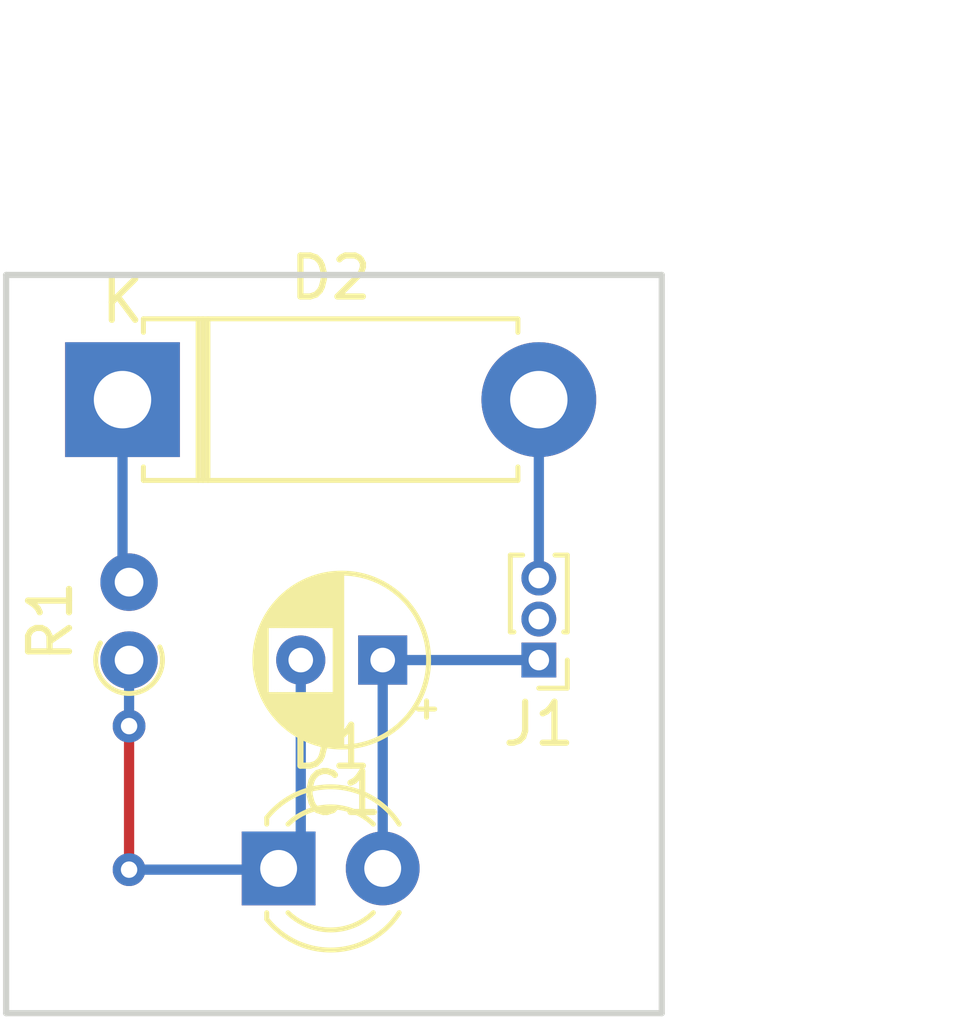
<source format=kicad_pcb>
(kicad_pcb (version 20171130) (host pcbnew 5.0.2-bee76a0~70~ubuntu16.04.1)

  (general
    (thickness 1.6)
    (drawings 6)
    (tracks 13)
    (zones 0)
    (modules 5)
    (nets 6)
  )

  (page A4)
  (title_block
    (title "Ejercicio Clase")
    (date 2019-05-28)
    (rev A)
    (company "MiSoLuGu Technology")
    (comment 1 "by Gustavo F. Paredes Delaloye")
  )

  (layers
    (0 F.Cu signal)
    (31 B.Cu signal)
    (32 B.Adhes user)
    (33 F.Adhes user)
    (34 B.Paste user)
    (35 F.Paste user)
    (36 B.SilkS user)
    (37 F.SilkS user hide)
    (38 B.Mask user)
    (39 F.Mask user)
    (40 Dwgs.User user)
    (41 Cmts.User user)
    (42 Eco1.User user)
    (43 Eco2.User user)
    (44 Edge.Cuts user)
    (45 Margin user)
    (46 B.CrtYd user)
    (47 F.CrtYd user)
    (48 B.Fab user)
    (49 F.Fab user)
  )

  (setup
    (last_trace_width 0.25)
    (user_trace_width 0.8)
    (user_trace_width 1)
    (user_trace_width 1.2)
    (trace_clearance 0.2)
    (zone_clearance 0.508)
    (zone_45_only no)
    (trace_min 0.2)
    (segment_width 0.2)
    (edge_width 0.15)
    (via_size 0.8)
    (via_drill 0.4)
    (via_min_size 0.4)
    (via_min_drill 0.3)
    (user_via 1.6 0.8)
    (user_via 2 0.9)
    (uvia_size 0.3)
    (uvia_drill 0.1)
    (uvias_allowed no)
    (uvia_min_size 0.2)
    (uvia_min_drill 0.1)
    (pcb_text_width 0.3)
    (pcb_text_size 1.5 1.5)
    (mod_edge_width 0.15)
    (mod_text_size 1 1)
    (mod_text_width 0.15)
    (pad_size 1.524 1.524)
    (pad_drill 0.762)
    (pad_to_mask_clearance 0.051)
    (solder_mask_min_width 0.25)
    (aux_axis_origin 0 0)
    (visible_elements FFFFFF7F)
    (pcbplotparams
      (layerselection 0x010fc_ffffffff)
      (usegerberextensions false)
      (usegerberattributes false)
      (usegerberadvancedattributes false)
      (creategerberjobfile false)
      (excludeedgelayer true)
      (linewidth 0.100000)
      (plotframeref false)
      (viasonmask false)
      (mode 1)
      (useauxorigin false)
      (hpglpennumber 1)
      (hpglpenspeed 20)
      (hpglpendiameter 15.000000)
      (psnegative false)
      (psa4output false)
      (plotreference true)
      (plotvalue true)
      (plotinvisibletext false)
      (padsonsilk false)
      (subtractmaskfromsilk false)
      (outputformat 1)
      (mirror false)
      (drillshape 1)
      (scaleselection 1)
      (outputdirectory ""))
  )

  (net 0 "")
  (net 1 "Net-(C1-Pad1)")
  (net 2 "Net-(C1-Pad2)")
  (net 3 "Net-(D2-Pad1)")
  (net 4 "Net-(D2-Pad2)")
  (net 5 "Net-(J1-Pad2)")

  (net_class Default "This is the default net class."
    (clearance 0.2)
    (trace_width 0.25)
    (via_dia 0.8)
    (via_drill 0.4)
    (uvia_dia 0.3)
    (uvia_drill 0.1)
    (add_net "Net-(C1-Pad1)")
    (add_net "Net-(C1-Pad2)")
    (add_net "Net-(D2-Pad1)")
    (add_net "Net-(D2-Pad2)")
    (add_net "Net-(J1-Pad2)")
  )

  (module Capacitor_THT:CP_Radial_D4.0mm_P2.00mm (layer F.Cu) (tedit 5AE50EF0) (tstamp 5CFA624F)
    (at 123.19 72.39 180)
    (descr "CP, Radial series, Radial, pin pitch=2.00mm, , diameter=4mm, Electrolytic Capacitor")
    (tags "CP Radial series Radial pin pitch 2.00mm  diameter 4mm Electrolytic Capacitor")
    (path /5CE48BFC)
    (fp_text reference C1 (at 1 -3.25 180) (layer F.SilkS)
      (effects (font (size 1 1) (thickness 0.15)))
    )
    (fp_text value 100nF (at 1 3.25 180) (layer F.Fab)
      (effects (font (size 1 1) (thickness 0.15)))
    )
    (fp_circle (center 1 0) (end 3 0) (layer F.Fab) (width 0.1))
    (fp_circle (center 1 0) (end 3.12 0) (layer F.SilkS) (width 0.12))
    (fp_circle (center 1 0) (end 3.25 0) (layer F.CrtYd) (width 0.05))
    (fp_line (start -0.702554 -0.8675) (end -0.302554 -0.8675) (layer F.Fab) (width 0.1))
    (fp_line (start -0.502554 -1.0675) (end -0.502554 -0.6675) (layer F.Fab) (width 0.1))
    (fp_line (start 1 -2.08) (end 1 2.08) (layer F.SilkS) (width 0.12))
    (fp_line (start 1.04 -2.08) (end 1.04 2.08) (layer F.SilkS) (width 0.12))
    (fp_line (start 1.08 -2.079) (end 1.08 2.079) (layer F.SilkS) (width 0.12))
    (fp_line (start 1.12 -2.077) (end 1.12 2.077) (layer F.SilkS) (width 0.12))
    (fp_line (start 1.16 -2.074) (end 1.16 2.074) (layer F.SilkS) (width 0.12))
    (fp_line (start 1.2 -2.071) (end 1.2 -0.84) (layer F.SilkS) (width 0.12))
    (fp_line (start 1.2 0.84) (end 1.2 2.071) (layer F.SilkS) (width 0.12))
    (fp_line (start 1.24 -2.067) (end 1.24 -0.84) (layer F.SilkS) (width 0.12))
    (fp_line (start 1.24 0.84) (end 1.24 2.067) (layer F.SilkS) (width 0.12))
    (fp_line (start 1.28 -2.062) (end 1.28 -0.84) (layer F.SilkS) (width 0.12))
    (fp_line (start 1.28 0.84) (end 1.28 2.062) (layer F.SilkS) (width 0.12))
    (fp_line (start 1.32 -2.056) (end 1.32 -0.84) (layer F.SilkS) (width 0.12))
    (fp_line (start 1.32 0.84) (end 1.32 2.056) (layer F.SilkS) (width 0.12))
    (fp_line (start 1.36 -2.05) (end 1.36 -0.84) (layer F.SilkS) (width 0.12))
    (fp_line (start 1.36 0.84) (end 1.36 2.05) (layer F.SilkS) (width 0.12))
    (fp_line (start 1.4 -2.042) (end 1.4 -0.84) (layer F.SilkS) (width 0.12))
    (fp_line (start 1.4 0.84) (end 1.4 2.042) (layer F.SilkS) (width 0.12))
    (fp_line (start 1.44 -2.034) (end 1.44 -0.84) (layer F.SilkS) (width 0.12))
    (fp_line (start 1.44 0.84) (end 1.44 2.034) (layer F.SilkS) (width 0.12))
    (fp_line (start 1.48 -2.025) (end 1.48 -0.84) (layer F.SilkS) (width 0.12))
    (fp_line (start 1.48 0.84) (end 1.48 2.025) (layer F.SilkS) (width 0.12))
    (fp_line (start 1.52 -2.016) (end 1.52 -0.84) (layer F.SilkS) (width 0.12))
    (fp_line (start 1.52 0.84) (end 1.52 2.016) (layer F.SilkS) (width 0.12))
    (fp_line (start 1.56 -2.005) (end 1.56 -0.84) (layer F.SilkS) (width 0.12))
    (fp_line (start 1.56 0.84) (end 1.56 2.005) (layer F.SilkS) (width 0.12))
    (fp_line (start 1.6 -1.994) (end 1.6 -0.84) (layer F.SilkS) (width 0.12))
    (fp_line (start 1.6 0.84) (end 1.6 1.994) (layer F.SilkS) (width 0.12))
    (fp_line (start 1.64 -1.982) (end 1.64 -0.84) (layer F.SilkS) (width 0.12))
    (fp_line (start 1.64 0.84) (end 1.64 1.982) (layer F.SilkS) (width 0.12))
    (fp_line (start 1.68 -1.968) (end 1.68 -0.84) (layer F.SilkS) (width 0.12))
    (fp_line (start 1.68 0.84) (end 1.68 1.968) (layer F.SilkS) (width 0.12))
    (fp_line (start 1.721 -1.954) (end 1.721 -0.84) (layer F.SilkS) (width 0.12))
    (fp_line (start 1.721 0.84) (end 1.721 1.954) (layer F.SilkS) (width 0.12))
    (fp_line (start 1.761 -1.94) (end 1.761 -0.84) (layer F.SilkS) (width 0.12))
    (fp_line (start 1.761 0.84) (end 1.761 1.94) (layer F.SilkS) (width 0.12))
    (fp_line (start 1.801 -1.924) (end 1.801 -0.84) (layer F.SilkS) (width 0.12))
    (fp_line (start 1.801 0.84) (end 1.801 1.924) (layer F.SilkS) (width 0.12))
    (fp_line (start 1.841 -1.907) (end 1.841 -0.84) (layer F.SilkS) (width 0.12))
    (fp_line (start 1.841 0.84) (end 1.841 1.907) (layer F.SilkS) (width 0.12))
    (fp_line (start 1.881 -1.889) (end 1.881 -0.84) (layer F.SilkS) (width 0.12))
    (fp_line (start 1.881 0.84) (end 1.881 1.889) (layer F.SilkS) (width 0.12))
    (fp_line (start 1.921 -1.87) (end 1.921 -0.84) (layer F.SilkS) (width 0.12))
    (fp_line (start 1.921 0.84) (end 1.921 1.87) (layer F.SilkS) (width 0.12))
    (fp_line (start 1.961 -1.851) (end 1.961 -0.84) (layer F.SilkS) (width 0.12))
    (fp_line (start 1.961 0.84) (end 1.961 1.851) (layer F.SilkS) (width 0.12))
    (fp_line (start 2.001 -1.83) (end 2.001 -0.84) (layer F.SilkS) (width 0.12))
    (fp_line (start 2.001 0.84) (end 2.001 1.83) (layer F.SilkS) (width 0.12))
    (fp_line (start 2.041 -1.808) (end 2.041 -0.84) (layer F.SilkS) (width 0.12))
    (fp_line (start 2.041 0.84) (end 2.041 1.808) (layer F.SilkS) (width 0.12))
    (fp_line (start 2.081 -1.785) (end 2.081 -0.84) (layer F.SilkS) (width 0.12))
    (fp_line (start 2.081 0.84) (end 2.081 1.785) (layer F.SilkS) (width 0.12))
    (fp_line (start 2.121 -1.76) (end 2.121 -0.84) (layer F.SilkS) (width 0.12))
    (fp_line (start 2.121 0.84) (end 2.121 1.76) (layer F.SilkS) (width 0.12))
    (fp_line (start 2.161 -1.735) (end 2.161 -0.84) (layer F.SilkS) (width 0.12))
    (fp_line (start 2.161 0.84) (end 2.161 1.735) (layer F.SilkS) (width 0.12))
    (fp_line (start 2.201 -1.708) (end 2.201 -0.84) (layer F.SilkS) (width 0.12))
    (fp_line (start 2.201 0.84) (end 2.201 1.708) (layer F.SilkS) (width 0.12))
    (fp_line (start 2.241 -1.68) (end 2.241 -0.84) (layer F.SilkS) (width 0.12))
    (fp_line (start 2.241 0.84) (end 2.241 1.68) (layer F.SilkS) (width 0.12))
    (fp_line (start 2.281 -1.65) (end 2.281 -0.84) (layer F.SilkS) (width 0.12))
    (fp_line (start 2.281 0.84) (end 2.281 1.65) (layer F.SilkS) (width 0.12))
    (fp_line (start 2.321 -1.619) (end 2.321 -0.84) (layer F.SilkS) (width 0.12))
    (fp_line (start 2.321 0.84) (end 2.321 1.619) (layer F.SilkS) (width 0.12))
    (fp_line (start 2.361 -1.587) (end 2.361 -0.84) (layer F.SilkS) (width 0.12))
    (fp_line (start 2.361 0.84) (end 2.361 1.587) (layer F.SilkS) (width 0.12))
    (fp_line (start 2.401 -1.552) (end 2.401 -0.84) (layer F.SilkS) (width 0.12))
    (fp_line (start 2.401 0.84) (end 2.401 1.552) (layer F.SilkS) (width 0.12))
    (fp_line (start 2.441 -1.516) (end 2.441 -0.84) (layer F.SilkS) (width 0.12))
    (fp_line (start 2.441 0.84) (end 2.441 1.516) (layer F.SilkS) (width 0.12))
    (fp_line (start 2.481 -1.478) (end 2.481 -0.84) (layer F.SilkS) (width 0.12))
    (fp_line (start 2.481 0.84) (end 2.481 1.478) (layer F.SilkS) (width 0.12))
    (fp_line (start 2.521 -1.438) (end 2.521 -0.84) (layer F.SilkS) (width 0.12))
    (fp_line (start 2.521 0.84) (end 2.521 1.438) (layer F.SilkS) (width 0.12))
    (fp_line (start 2.561 -1.396) (end 2.561 -0.84) (layer F.SilkS) (width 0.12))
    (fp_line (start 2.561 0.84) (end 2.561 1.396) (layer F.SilkS) (width 0.12))
    (fp_line (start 2.601 -1.351) (end 2.601 -0.84) (layer F.SilkS) (width 0.12))
    (fp_line (start 2.601 0.84) (end 2.601 1.351) (layer F.SilkS) (width 0.12))
    (fp_line (start 2.641 -1.304) (end 2.641 -0.84) (layer F.SilkS) (width 0.12))
    (fp_line (start 2.641 0.84) (end 2.641 1.304) (layer F.SilkS) (width 0.12))
    (fp_line (start 2.681 -1.254) (end 2.681 -0.84) (layer F.SilkS) (width 0.12))
    (fp_line (start 2.681 0.84) (end 2.681 1.254) (layer F.SilkS) (width 0.12))
    (fp_line (start 2.721 -1.2) (end 2.721 -0.84) (layer F.SilkS) (width 0.12))
    (fp_line (start 2.721 0.84) (end 2.721 1.2) (layer F.SilkS) (width 0.12))
    (fp_line (start 2.761 -1.142) (end 2.761 -0.84) (layer F.SilkS) (width 0.12))
    (fp_line (start 2.761 0.84) (end 2.761 1.142) (layer F.SilkS) (width 0.12))
    (fp_line (start 2.801 -1.08) (end 2.801 -0.84) (layer F.SilkS) (width 0.12))
    (fp_line (start 2.801 0.84) (end 2.801 1.08) (layer F.SilkS) (width 0.12))
    (fp_line (start 2.841 -1.013) (end 2.841 1.013) (layer F.SilkS) (width 0.12))
    (fp_line (start 2.881 -0.94) (end 2.881 0.94) (layer F.SilkS) (width 0.12))
    (fp_line (start 2.921 -0.859) (end 2.921 0.859) (layer F.SilkS) (width 0.12))
    (fp_line (start 2.961 -0.768) (end 2.961 0.768) (layer F.SilkS) (width 0.12))
    (fp_line (start 3.001 -0.664) (end 3.001 0.664) (layer F.SilkS) (width 0.12))
    (fp_line (start 3.041 -0.537) (end 3.041 0.537) (layer F.SilkS) (width 0.12))
    (fp_line (start 3.081 -0.37) (end 3.081 0.37) (layer F.SilkS) (width 0.12))
    (fp_line (start -1.269801 -1.195) (end -0.869801 -1.195) (layer F.SilkS) (width 0.12))
    (fp_line (start -1.069801 -1.395) (end -1.069801 -0.995) (layer F.SilkS) (width 0.12))
    (fp_text user %R (at 1 0 180) (layer F.Fab)
      (effects (font (size 0.8 0.8) (thickness 0.12)))
    )
    (pad 1 thru_hole rect (at 0 0 180) (size 1.2 1.2) (drill 0.6) (layers *.Cu *.Mask)
      (net 1 "Net-(C1-Pad1)"))
    (pad 2 thru_hole circle (at 2 0 180) (size 1.2 1.2) (drill 0.6) (layers *.Cu *.Mask)
      (net 2 "Net-(C1-Pad2)"))
    (model ${KISYS3DMOD}/Capacitor_THT.3dshapes/CP_Radial_D4.0mm_P2.00mm.wrl
      (at (xyz 0 0 0))
      (scale (xyz 1 1 1))
      (rotate (xyz 0 0 0))
    )
  )

  (module LED_THT:LED_D3.0mm (layer F.Cu) (tedit 587A3A7B) (tstamp 5CFA6262)
    (at 120.65 77.47)
    (descr "LED, diameter 3.0mm, 2 pins")
    (tags "LED diameter 3.0mm 2 pins")
    (path /5CE4A8B6)
    (fp_text reference D1 (at 1.27 -2.96) (layer F.SilkS)
      (effects (font (size 1 1) (thickness 0.15)))
    )
    (fp_text value LED (at 1.27 2.96) (layer F.Fab)
      (effects (font (size 1 1) (thickness 0.15)))
    )
    (fp_arc (start 1.27 0) (end -0.23 -1.16619) (angle 284.3) (layer F.Fab) (width 0.1))
    (fp_arc (start 1.27 0) (end -0.29 -1.235516) (angle 108.8) (layer F.SilkS) (width 0.12))
    (fp_arc (start 1.27 0) (end -0.29 1.235516) (angle -108.8) (layer F.SilkS) (width 0.12))
    (fp_arc (start 1.27 0) (end 0.229039 -1.08) (angle 87.9) (layer F.SilkS) (width 0.12))
    (fp_arc (start 1.27 0) (end 0.229039 1.08) (angle -87.9) (layer F.SilkS) (width 0.12))
    (fp_circle (center 1.27 0) (end 2.77 0) (layer F.Fab) (width 0.1))
    (fp_line (start -0.23 -1.16619) (end -0.23 1.16619) (layer F.Fab) (width 0.1))
    (fp_line (start -0.29 -1.236) (end -0.29 -1.08) (layer F.SilkS) (width 0.12))
    (fp_line (start -0.29 1.08) (end -0.29 1.236) (layer F.SilkS) (width 0.12))
    (fp_line (start -1.15 -2.25) (end -1.15 2.25) (layer F.CrtYd) (width 0.05))
    (fp_line (start -1.15 2.25) (end 3.7 2.25) (layer F.CrtYd) (width 0.05))
    (fp_line (start 3.7 2.25) (end 3.7 -2.25) (layer F.CrtYd) (width 0.05))
    (fp_line (start 3.7 -2.25) (end -1.15 -2.25) (layer F.CrtYd) (width 0.05))
    (pad 1 thru_hole rect (at 0 0) (size 1.8 1.8) (drill 0.9) (layers *.Cu *.Mask)
      (net 2 "Net-(C1-Pad2)"))
    (pad 2 thru_hole circle (at 2.54 0) (size 1.8 1.8) (drill 0.9) (layers *.Cu *.Mask)
      (net 1 "Net-(C1-Pad1)"))
    (model ${KISYS3DMOD}/LED_THT.3dshapes/LED_D3.0mm.wrl
      (at (xyz 0 0 0))
      (scale (xyz 1 1 1))
      (rotate (xyz 0 0 0))
    )
  )

  (module Diode_THT:D_5W_P10.16mm_Horizontal (layer F.Cu) (tedit 5AE50CD5) (tstamp 5CFA6281)
    (at 116.84 66.04)
    (descr "Diode, 5W series, Axial, Horizontal, pin pitch=10.16mm, , length*diameter=8.9*3.7mm^2, , http://www.diodes.com/_files/packages/8686949.gif")
    (tags "Diode 5W series Axial Horizontal pin pitch 10.16mm  length 8.9mm diameter 3.7mm")
    (path /5CE4B87C)
    (fp_text reference D2 (at 5.08 -2.97) (layer F.SilkS)
      (effects (font (size 1 1) (thickness 0.15)))
    )
    (fp_text value 1N4148 (at 5.08 2.97) (layer F.Fab)
      (effects (font (size 1 1) (thickness 0.15)))
    )
    (fp_line (start 0.63 -1.85) (end 0.63 1.85) (layer F.Fab) (width 0.1))
    (fp_line (start 0.63 1.85) (end 9.53 1.85) (layer F.Fab) (width 0.1))
    (fp_line (start 9.53 1.85) (end 9.53 -1.85) (layer F.Fab) (width 0.1))
    (fp_line (start 9.53 -1.85) (end 0.63 -1.85) (layer F.Fab) (width 0.1))
    (fp_line (start 0 0) (end 0.63 0) (layer F.Fab) (width 0.1))
    (fp_line (start 10.16 0) (end 9.53 0) (layer F.Fab) (width 0.1))
    (fp_line (start 1.965 -1.85) (end 1.965 1.85) (layer F.Fab) (width 0.1))
    (fp_line (start 2.065 -1.85) (end 2.065 1.85) (layer F.Fab) (width 0.1))
    (fp_line (start 1.865 -1.85) (end 1.865 1.85) (layer F.Fab) (width 0.1))
    (fp_line (start 0.51 -1.64) (end 0.51 -1.97) (layer F.SilkS) (width 0.12))
    (fp_line (start 0.51 -1.97) (end 9.65 -1.97) (layer F.SilkS) (width 0.12))
    (fp_line (start 9.65 -1.97) (end 9.65 -1.64) (layer F.SilkS) (width 0.12))
    (fp_line (start 0.51 1.64) (end 0.51 1.97) (layer F.SilkS) (width 0.12))
    (fp_line (start 0.51 1.97) (end 9.65 1.97) (layer F.SilkS) (width 0.12))
    (fp_line (start 9.65 1.97) (end 9.65 1.64) (layer F.SilkS) (width 0.12))
    (fp_line (start 1.965 -1.97) (end 1.965 1.97) (layer F.SilkS) (width 0.12))
    (fp_line (start 2.085 -1.97) (end 2.085 1.97) (layer F.SilkS) (width 0.12))
    (fp_line (start 1.845 -1.97) (end 1.845 1.97) (layer F.SilkS) (width 0.12))
    (fp_line (start -1.65 -2.1) (end -1.65 2.1) (layer F.CrtYd) (width 0.05))
    (fp_line (start -1.65 2.1) (end 11.81 2.1) (layer F.CrtYd) (width 0.05))
    (fp_line (start 11.81 2.1) (end 11.81 -2.1) (layer F.CrtYd) (width 0.05))
    (fp_line (start 11.81 -2.1) (end -1.65 -2.1) (layer F.CrtYd) (width 0.05))
    (fp_text user %R (at 5.7475 0) (layer F.Fab)
      (effects (font (size 1 1) (thickness 0.15)))
    )
    (fp_text user K (at 0 -2.4) (layer F.Fab)
      (effects (font (size 1 1) (thickness 0.15)))
    )
    (fp_text user K (at 0 -2.4) (layer F.SilkS)
      (effects (font (size 1 1) (thickness 0.15)))
    )
    (pad 1 thru_hole rect (at 0 0) (size 2.8 2.8) (drill 1.4) (layers *.Cu *.Mask)
      (net 3 "Net-(D2-Pad1)"))
    (pad 2 thru_hole oval (at 10.16 0) (size 2.8 2.8) (drill 1.4) (layers *.Cu *.Mask)
      (net 4 "Net-(D2-Pad2)"))
    (model ${KISYS3DMOD}/Diode_THT.3dshapes/D_5W_P10.16mm_Horizontal.wrl
      (at (xyz 0 0 0))
      (scale (xyz 1 1 1))
      (rotate (xyz 0 0 0))
    )
  )

  (module Connector_PinHeader_1.00mm:PinHeader_1x03_P1.00mm_Vertical (layer F.Cu) (tedit 59FED738) (tstamp 5CFA629A)
    (at 127 72.39 180)
    (descr "Through hole straight pin header, 1x03, 1.00mm pitch, single row")
    (tags "Through hole pin header THT 1x03 1.00mm single row")
    (path /5CE4936A)
    (fp_text reference J1 (at 0 -1.56 180) (layer F.SilkS)
      (effects (font (size 1 1) (thickness 0.15)))
    )
    (fp_text value Conn_01x03 (at 0 3.56 180) (layer F.Fab)
      (effects (font (size 1 1) (thickness 0.15)))
    )
    (fp_line (start -0.3175 -0.5) (end 0.635 -0.5) (layer F.Fab) (width 0.1))
    (fp_line (start 0.635 -0.5) (end 0.635 2.5) (layer F.Fab) (width 0.1))
    (fp_line (start 0.635 2.5) (end -0.635 2.5) (layer F.Fab) (width 0.1))
    (fp_line (start -0.635 2.5) (end -0.635 -0.1825) (layer F.Fab) (width 0.1))
    (fp_line (start -0.635 -0.1825) (end -0.3175 -0.5) (layer F.Fab) (width 0.1))
    (fp_line (start -0.695 2.56) (end -0.394493 2.56) (layer F.SilkS) (width 0.12))
    (fp_line (start 0.394493 2.56) (end 0.695 2.56) (layer F.SilkS) (width 0.12))
    (fp_line (start -0.695 0.685) (end -0.695 2.56) (layer F.SilkS) (width 0.12))
    (fp_line (start 0.695 0.685) (end 0.695 2.56) (layer F.SilkS) (width 0.12))
    (fp_line (start -0.695 0.685) (end -0.608276 0.685) (layer F.SilkS) (width 0.12))
    (fp_line (start 0.608276 0.685) (end 0.695 0.685) (layer F.SilkS) (width 0.12))
    (fp_line (start -0.695 0) (end -0.695 -0.685) (layer F.SilkS) (width 0.12))
    (fp_line (start -0.695 -0.685) (end 0 -0.685) (layer F.SilkS) (width 0.12))
    (fp_line (start -1.15 -1) (end -1.15 3) (layer F.CrtYd) (width 0.05))
    (fp_line (start -1.15 3) (end 1.15 3) (layer F.CrtYd) (width 0.05))
    (fp_line (start 1.15 3) (end 1.15 -1) (layer F.CrtYd) (width 0.05))
    (fp_line (start 1.15 -1) (end -1.15 -1) (layer F.CrtYd) (width 0.05))
    (fp_text user %R (at 0 1 90) (layer F.Fab)
      (effects (font (size 0.76 0.76) (thickness 0.114)))
    )
    (pad 1 thru_hole rect (at 0 0 180) (size 0.85 0.85) (drill 0.5) (layers *.Cu *.Mask)
      (net 1 "Net-(C1-Pad1)"))
    (pad 2 thru_hole oval (at 0 1 180) (size 0.85 0.85) (drill 0.5) (layers *.Cu *.Mask)
      (net 5 "Net-(J1-Pad2)"))
    (pad 3 thru_hole oval (at 0 2 180) (size 0.85 0.85) (drill 0.5) (layers *.Cu *.Mask)
      (net 4 "Net-(D2-Pad2)"))
    (model ${KISYS3DMOD}/Connector_PinHeader_1.00mm.3dshapes/PinHeader_1x03_P1.00mm_Vertical.wrl
      (at (xyz 0 0 0))
      (scale (xyz 1 1 1))
      (rotate (xyz 0 0 0))
    )
  )

  (module Resistor_THT:R_Axial_DIN0204_L3.6mm_D1.6mm_P1.90mm_Vertical (layer F.Cu) (tedit 5AE5139B) (tstamp 5CFA62A8)
    (at 117 72.39 90)
    (descr "Resistor, Axial_DIN0204 series, Axial, Vertical, pin pitch=1.9mm, 0.167W, length*diameter=3.6*1.6mm^2, http://cdn-reichelt.de/documents/datenblatt/B400/1_4W%23YAG.pdf")
    (tags "Resistor Axial_DIN0204 series Axial Vertical pin pitch 1.9mm 0.167W length 3.6mm diameter 1.6mm")
    (path /5CE4D315)
    (fp_text reference R1 (at 0.95 -1.92 90) (layer F.SilkS)
      (effects (font (size 1 1) (thickness 0.15)))
    )
    (fp_text value 100k (at 0.95 1.92 90) (layer F.Fab)
      (effects (font (size 1 1) (thickness 0.15)))
    )
    (fp_arc (start 0 0) (end 0.417133 -0.7) (angle -233.92106) (layer F.SilkS) (width 0.12))
    (fp_circle (center 0 0) (end 0.8 0) (layer F.Fab) (width 0.1))
    (fp_line (start 0 0) (end 1.9 0) (layer F.Fab) (width 0.1))
    (fp_line (start -1.05 -1.05) (end -1.05 1.05) (layer F.CrtYd) (width 0.05))
    (fp_line (start -1.05 1.05) (end 2.86 1.05) (layer F.CrtYd) (width 0.05))
    (fp_line (start 2.86 1.05) (end 2.86 -1.05) (layer F.CrtYd) (width 0.05))
    (fp_line (start 2.86 -1.05) (end -1.05 -1.05) (layer F.CrtYd) (width 0.05))
    (fp_text user %R (at 0.95 -1.92 90) (layer F.Fab)
      (effects (font (size 1 1) (thickness 0.15)))
    )
    (pad 1 thru_hole circle (at 0 0 90) (size 1.4 1.4) (drill 0.7) (layers *.Cu *.Mask)
      (net 2 "Net-(C1-Pad2)"))
    (pad 2 thru_hole oval (at 1.9 0 90) (size 1.4 1.4) (drill 0.7) (layers *.Cu *.Mask)
      (net 3 "Net-(D2-Pad1)"))
    (model ${KISYS3DMOD}/Resistor_THT.3dshapes/R_Axial_DIN0204_L3.6mm_D1.6mm_P1.90mm_Vertical.wrl
      (at (xyz 0 0 0))
      (scale (xyz 1 1 1))
      (rotate (xyz 0 0 0))
    )
  )

  (dimension 16 (width 0.3) (layer Dwgs.User)
    (gr_text "16,000 mm" (at 122 57.4) (layer Dwgs.User)
      (effects (font (size 1.5 1.5) (thickness 0.3)))
    )
    (feature1 (pts (xy 114 63) (xy 114 58.913579)))
    (feature2 (pts (xy 130 63) (xy 130 58.913579)))
    (crossbar (pts (xy 130 59.5) (xy 114 59.5)))
    (arrow1a (pts (xy 114 59.5) (xy 115.126504 58.913579)))
    (arrow1b (pts (xy 114 59.5) (xy 115.126504 60.086421)))
    (arrow2a (pts (xy 130 59.5) (xy 128.873496 58.913579)))
    (arrow2b (pts (xy 130 59.5) (xy 128.873496 60.086421)))
  )
  (dimension 18 (width 0.3) (layer Dwgs.User)
    (gr_text "18,000 mm" (at 135.6 72 90) (layer Dwgs.User)
      (effects (font (size 1.5 1.5) (thickness 0.3)))
    )
    (feature1 (pts (xy 130 63) (xy 134.086421 63)))
    (feature2 (pts (xy 130 81) (xy 134.086421 81)))
    (crossbar (pts (xy 133.5 81) (xy 133.5 63)))
    (arrow1a (pts (xy 133.5 63) (xy 134.086421 64.126504)))
    (arrow1b (pts (xy 133.5 63) (xy 132.913579 64.126504)))
    (arrow2a (pts (xy 133.5 81) (xy 134.086421 79.873496)))
    (arrow2b (pts (xy 133.5 81) (xy 132.913579 79.873496)))
  )
  (gr_line (start 130 81) (end 114 81) (layer Edge.Cuts) (width 0.15))
  (gr_line (start 130 63) (end 130 81) (layer Edge.Cuts) (width 0.15))
  (gr_line (start 114 63) (end 130 63) (layer Edge.Cuts) (width 0.15))
  (gr_line (start 114 81) (end 114 63) (layer Edge.Cuts) (width 0.15))

  (segment (start 127 72.39) (end 123.19 72.39) (width 0.25) (layer B.Cu) (net 1))
  (segment (start 123.19 72.39) (end 123.19 77.47) (width 0.25) (layer B.Cu) (net 1))
  (segment (start 121.19 76.93) (end 120.65 77.47) (width 0.25) (layer B.Cu) (net 2))
  (segment (start 121.19 72.39) (end 121.19 76.93) (width 0.25) (layer B.Cu) (net 2))
  (via (at 117 74) (size 0.8) (drill 0.4) (layers F.Cu B.Cu) (net 2))
  (segment (start 117 72.39) (end 117 74) (width 0.25) (layer B.Cu) (net 2))
  (via (at 117 77.5) (size 0.8) (drill 0.4) (layers F.Cu B.Cu) (net 2))
  (segment (start 117 74) (end 117 77.5) (width 0.25) (layer F.Cu) (net 2))
  (segment (start 120.62 77.5) (end 120.65 77.47) (width 0.25) (layer B.Cu) (net 2))
  (segment (start 117 77.5) (end 120.62 77.5) (width 0.25) (layer B.Cu) (net 2))
  (segment (start 116.84 70.33) (end 117 70.49) (width 0.25) (layer B.Cu) (net 3))
  (segment (start 116.84 66.04) (end 116.84 70.33) (width 0.25) (layer B.Cu) (net 3))
  (segment (start 127 66.04) (end 127 70.39) (width 0.25) (layer B.Cu) (net 4))

)

</source>
